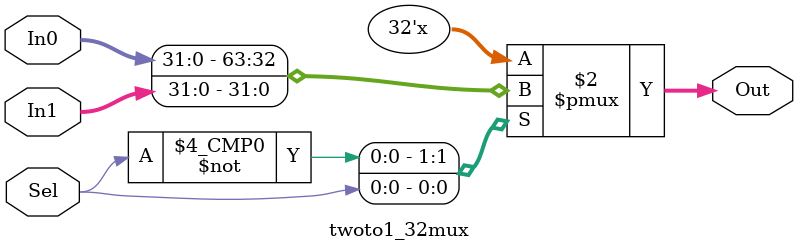
<source format=v>
`timescale 1ns / 1ps

module twoto1_32mux(In0,In1,Sel,Out);
	input [31:0] In0,In1;
	input Sel;
	output reg [31:0] Out;
	
	always @(In0,In1,Sel)
	begin
		case(Sel)
			1'b0		: Out	= In0;
			1'b1		: Out = In1;
			default : Out = 32'bX;
		endcase
	end

endmodule

</source>
